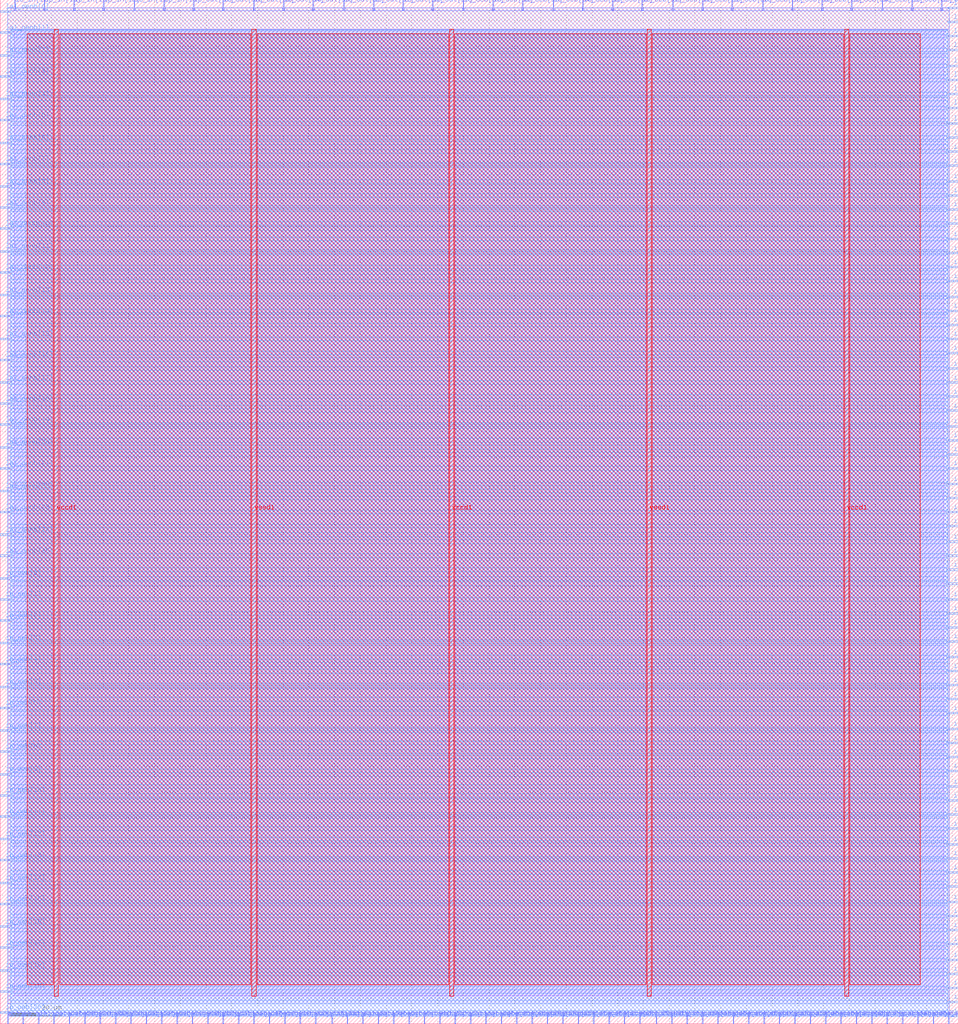
<source format=lef>
VERSION 5.7 ;
  NOWIREEXTENSIONATPIN ON ;
  DIVIDERCHAR "/" ;
  BUSBITCHARS "[]" ;
MACRO wrapped_hack_soc_dffram
  CLASS BLOCK ;
  FOREIGN wrapped_hack_soc_dffram ;
  ORIGIN 0.000 0.000 ;
  SIZE 372.350 BY 398.000 ;
  PIN active
    DIRECTION INPUT ;
    USE SIGNAL ;
    PORT
      LAYER met2 ;
        RECT 2.850 0.000 3.130 4.000 ;
    END
  END active
  PIN io_in[0]
    DIRECTION INPUT ;
    USE SIGNAL ;
    PORT
      LAYER met3 ;
        RECT 368.350 338.680 372.350 339.280 ;
    END
  END io_in[0]
  PIN io_in[10]
    DIRECTION INPUT ;
    USE SIGNAL ;
    PORT
      LAYER met2 ;
        RECT 63.570 394.000 63.850 398.000 ;
    END
  END io_in[10]
  PIN io_in[11]
    DIRECTION INPUT ;
    USE SIGNAL ;
    PORT
      LAYER met2 ;
        RECT 52.070 394.000 52.350 398.000 ;
    END
  END io_in[11]
  PIN io_in[12]
    DIRECTION INPUT ;
    USE SIGNAL ;
    PORT
      LAYER met2 ;
        RECT 40.110 394.000 40.390 398.000 ;
    END
  END io_in[12]
  PIN io_in[13]
    DIRECTION INPUT ;
    USE SIGNAL ;
    PORT
      LAYER met2 ;
        RECT 28.610 394.000 28.890 398.000 ;
    END
  END io_in[13]
  PIN io_in[14]
    DIRECTION INPUT ;
    USE SIGNAL ;
    PORT
      LAYER met3 ;
        RECT 368.350 282.240 372.350 282.840 ;
    END
  END io_in[14]
  PIN io_in[15]
    DIRECTION INPUT ;
    USE SIGNAL ;
    PORT
      LAYER met3 ;
        RECT 368.350 276.800 372.350 277.400 ;
    END
  END io_in[15]
  PIN io_in[16]
    DIRECTION INPUT ;
    USE SIGNAL ;
    PORT
      LAYER met2 ;
        RECT 17.110 394.000 17.390 398.000 ;
    END
  END io_in[16]
  PIN io_in[17]
    DIRECTION INPUT ;
    USE SIGNAL ;
    PORT
      LAYER met2 ;
        RECT 5.610 394.000 5.890 398.000 ;
    END
  END io_in[17]
  PIN io_in[18]
    DIRECTION INPUT ;
    USE SIGNAL ;
    PORT
      LAYER met3 ;
        RECT 368.350 58.520 372.350 59.120 ;
    END
  END io_in[18]
  PIN io_in[19]
    DIRECTION INPUT ;
    USE SIGNAL ;
    PORT
      LAYER met3 ;
        RECT 368.350 53.080 372.350 53.680 ;
    END
  END io_in[19]
  PIN io_in[1]
    DIRECTION INPUT ;
    USE SIGNAL ;
    PORT
      LAYER met3 ;
        RECT 368.350 333.240 372.350 333.840 ;
    END
  END io_in[1]
  PIN io_in[20]
    DIRECTION INPUT ;
    USE SIGNAL ;
    PORT
      LAYER met3 ;
        RECT 368.350 271.360 372.350 271.960 ;
    END
  END io_in[20]
  PIN io_in[21]
    DIRECTION INPUT ;
    USE SIGNAL ;
    PORT
      LAYER met3 ;
        RECT 368.350 265.920 372.350 266.520 ;
    END
  END io_in[21]
  PIN io_in[22]
    DIRECTION INPUT ;
    USE SIGNAL ;
    PORT
      LAYER met3 ;
        RECT 368.350 46.960 372.350 47.560 ;
    END
  END io_in[22]
  PIN io_in[23]
    DIRECTION INPUT ;
    USE SIGNAL ;
    PORT
      LAYER met3 ;
        RECT 368.350 41.520 372.350 42.120 ;
    END
  END io_in[23]
  PIN io_in[24]
    DIRECTION INPUT ;
    USE SIGNAL ;
    PORT
      LAYER met3 ;
        RECT 368.350 36.080 372.350 36.680 ;
    END
  END io_in[24]
  PIN io_in[25]
    DIRECTION INPUT ;
    USE SIGNAL ;
    PORT
      LAYER met3 ;
        RECT 368.350 30.640 372.350 31.240 ;
    END
  END io_in[25]
  PIN io_in[26]
    DIRECTION INPUT ;
    USE SIGNAL ;
    PORT
      LAYER met3 ;
        RECT 368.350 24.520 372.350 25.120 ;
    END
  END io_in[26]
  PIN io_in[27]
    DIRECTION INPUT ;
    USE SIGNAL ;
    PORT
      LAYER met3 ;
        RECT 368.350 260.480 372.350 261.080 ;
    END
  END io_in[27]
  PIN io_in[28]
    DIRECTION INPUT ;
    USE SIGNAL ;
    PORT
      LAYER met3 ;
        RECT 368.350 254.360 372.350 254.960 ;
    END
  END io_in[28]
  PIN io_in[29]
    DIRECTION INPUT ;
    USE SIGNAL ;
    PORT
      LAYER met3 ;
        RECT 368.350 248.920 372.350 249.520 ;
    END
  END io_in[29]
  PIN io_in[2]
    DIRECTION INPUT ;
    USE SIGNAL ;
    PORT
      LAYER met3 ;
        RECT 368.350 327.120 372.350 327.720 ;
    END
  END io_in[2]
  PIN io_in[30]
    DIRECTION INPUT ;
    USE SIGNAL ;
    PORT
      LAYER met3 ;
        RECT 368.350 19.080 372.350 19.680 ;
    END
  END io_in[30]
  PIN io_in[31]
    DIRECTION INPUT ;
    USE SIGNAL ;
    PORT
      LAYER met3 ;
        RECT 368.350 13.640 372.350 14.240 ;
    END
  END io_in[31]
  PIN io_in[32]
    DIRECTION INPUT ;
    USE SIGNAL ;
    PORT
      LAYER met3 ;
        RECT 368.350 8.200 372.350 8.800 ;
    END
  END io_in[32]
  PIN io_in[33]
    DIRECTION INPUT ;
    USE SIGNAL ;
    PORT
      LAYER met3 ;
        RECT 368.350 2.760 372.350 3.360 ;
    END
  END io_in[33]
  PIN io_in[34]
    DIRECTION INPUT ;
    USE SIGNAL ;
    PORT
      LAYER met3 ;
        RECT 368.350 243.480 372.350 244.080 ;
    END
  END io_in[34]
  PIN io_in[35]
    DIRECTION INPUT ;
    USE SIGNAL ;
    PORT
      LAYER met3 ;
        RECT 368.350 238.040 372.350 238.640 ;
    END
  END io_in[35]
  PIN io_in[36]
    DIRECTION INPUT ;
    USE SIGNAL ;
    PORT
      LAYER met3 ;
        RECT 368.350 231.920 372.350 232.520 ;
    END
  END io_in[36]
  PIN io_in[37]
    DIRECTION INPUT ;
    USE SIGNAL ;
    PORT
      LAYER met3 ;
        RECT 368.350 226.480 372.350 227.080 ;
    END
  END io_in[37]
  PIN io_in[3]
    DIRECTION INPUT ;
    USE SIGNAL ;
    PORT
      LAYER met3 ;
        RECT 368.350 321.680 372.350 322.280 ;
    END
  END io_in[3]
  PIN io_in[4]
    DIRECTION INPUT ;
    USE SIGNAL ;
    PORT
      LAYER met3 ;
        RECT 368.350 316.240 372.350 316.840 ;
    END
  END io_in[4]
  PIN io_in[5]
    DIRECTION INPUT ;
    USE SIGNAL ;
    PORT
      LAYER met3 ;
        RECT 368.350 310.800 372.350 311.400 ;
    END
  END io_in[5]
  PIN io_in[6]
    DIRECTION INPUT ;
    USE SIGNAL ;
    PORT
      LAYER met3 ;
        RECT 368.350 304.680 372.350 305.280 ;
    END
  END io_in[6]
  PIN io_in[7]
    DIRECTION INPUT ;
    USE SIGNAL ;
    PORT
      LAYER met3 ;
        RECT 368.350 299.240 372.350 299.840 ;
    END
  END io_in[7]
  PIN io_in[8]
    DIRECTION INPUT ;
    USE SIGNAL ;
    PORT
      LAYER met3 ;
        RECT 368.350 293.800 372.350 294.400 ;
    END
  END io_in[8]
  PIN io_in[9]
    DIRECTION INPUT ;
    USE SIGNAL ;
    PORT
      LAYER met3 ;
        RECT 368.350 288.360 372.350 288.960 ;
    END
  END io_in[9]
  PIN io_oeb[0]
    DIRECTION OUTPUT TRISTATE ;
    USE SIGNAL ;
    PORT
      LAYER met3 ;
        RECT 0.000 172.760 4.000 173.360 ;
    END
  END io_oeb[0]
  PIN io_oeb[10]
    DIRECTION OUTPUT TRISTATE ;
    USE SIGNAL ;
    PORT
      LAYER met3 ;
        RECT 0.000 88.440 4.000 89.040 ;
    END
  END io_oeb[10]
  PIN io_oeb[11]
    DIRECTION OUTPUT TRISTATE ;
    USE SIGNAL ;
    PORT
      LAYER met3 ;
        RECT 0.000 80.280 4.000 80.880 ;
    END
  END io_oeb[11]
  PIN io_oeb[12]
    DIRECTION OUTPUT TRISTATE ;
    USE SIGNAL ;
    PORT
      LAYER met3 ;
        RECT 0.000 71.440 4.000 72.040 ;
    END
  END io_oeb[12]
  PIN io_oeb[13]
    DIRECTION OUTPUT TRISTATE ;
    USE SIGNAL ;
    PORT
      LAYER met3 ;
        RECT 0.000 63.280 4.000 63.880 ;
    END
  END io_oeb[13]
  PIN io_oeb[14]
    DIRECTION OUTPUT TRISTATE ;
    USE SIGNAL ;
    PORT
      LAYER met3 ;
        RECT 0.000 54.440 4.000 55.040 ;
    END
  END io_oeb[14]
  PIN io_oeb[15]
    DIRECTION OUTPUT TRISTATE ;
    USE SIGNAL ;
    PORT
      LAYER met3 ;
        RECT 0.000 46.280 4.000 46.880 ;
    END
  END io_oeb[15]
  PIN io_oeb[16]
    DIRECTION OUTPUT TRISTATE ;
    USE SIGNAL ;
    PORT
      LAYER met3 ;
        RECT 0.000 37.440 4.000 38.040 ;
    END
  END io_oeb[16]
  PIN io_oeb[17]
    DIRECTION OUTPUT TRISTATE ;
    USE SIGNAL ;
    PORT
      LAYER met3 ;
        RECT 0.000 29.280 4.000 29.880 ;
    END
  END io_oeb[17]
  PIN io_oeb[18]
    DIRECTION OUTPUT TRISTATE ;
    USE SIGNAL ;
    PORT
      LAYER met3 ;
        RECT 0.000 20.440 4.000 21.040 ;
    END
  END io_oeb[18]
  PIN io_oeb[19]
    DIRECTION OUTPUT TRISTATE ;
    USE SIGNAL ;
    PORT
      LAYER met3 ;
        RECT 0.000 12.280 4.000 12.880 ;
    END
  END io_oeb[19]
  PIN io_oeb[1]
    DIRECTION OUTPUT TRISTATE ;
    USE SIGNAL ;
    PORT
      LAYER met3 ;
        RECT 0.000 164.600 4.000 165.200 ;
    END
  END io_oeb[1]
  PIN io_oeb[20]
    DIRECTION OUTPUT TRISTATE ;
    USE SIGNAL ;
    PORT
      LAYER met3 ;
        RECT 0.000 4.120 4.000 4.720 ;
    END
  END io_oeb[20]
  PIN io_oeb[21]
    DIRECTION OUTPUT TRISTATE ;
    USE SIGNAL ;
    PORT
      LAYER met2 ;
        RECT 365.790 394.000 366.070 398.000 ;
    END
  END io_oeb[21]
  PIN io_oeb[22]
    DIRECTION OUTPUT TRISTATE ;
    USE SIGNAL ;
    PORT
      LAYER met2 ;
        RECT 354.290 394.000 354.570 398.000 ;
    END
  END io_oeb[22]
  PIN io_oeb[23]
    DIRECTION OUTPUT TRISTATE ;
    USE SIGNAL ;
    PORT
      LAYER met2 ;
        RECT 342.790 394.000 343.070 398.000 ;
    END
  END io_oeb[23]
  PIN io_oeb[24]
    DIRECTION OUTPUT TRISTATE ;
    USE SIGNAL ;
    PORT
      LAYER met2 ;
        RECT 330.830 394.000 331.110 398.000 ;
    END
  END io_oeb[24]
  PIN io_oeb[25]
    DIRECTION OUTPUT TRISTATE ;
    USE SIGNAL ;
    PORT
      LAYER met2 ;
        RECT 319.330 394.000 319.610 398.000 ;
    END
  END io_oeb[25]
  PIN io_oeb[26]
    DIRECTION OUTPUT TRISTATE ;
    USE SIGNAL ;
    PORT
      LAYER met2 ;
        RECT 307.830 394.000 308.110 398.000 ;
    END
  END io_oeb[26]
  PIN io_oeb[27]
    DIRECTION OUTPUT TRISTATE ;
    USE SIGNAL ;
    PORT
      LAYER met2 ;
        RECT 296.330 394.000 296.610 398.000 ;
    END
  END io_oeb[27]
  PIN io_oeb[28]
    DIRECTION OUTPUT TRISTATE ;
    USE SIGNAL ;
    PORT
      LAYER met2 ;
        RECT 284.370 394.000 284.650 398.000 ;
    END
  END io_oeb[28]
  PIN io_oeb[29]
    DIRECTION OUTPUT TRISTATE ;
    USE SIGNAL ;
    PORT
      LAYER met2 ;
        RECT 272.870 394.000 273.150 398.000 ;
    END
  END io_oeb[29]
  PIN io_oeb[2]
    DIRECTION OUTPUT TRISTATE ;
    USE SIGNAL ;
    PORT
      LAYER met3 ;
        RECT 0.000 156.440 4.000 157.040 ;
    END
  END io_oeb[2]
  PIN io_oeb[30]
    DIRECTION OUTPUT TRISTATE ;
    USE SIGNAL ;
    PORT
      LAYER met2 ;
        RECT 261.370 394.000 261.650 398.000 ;
    END
  END io_oeb[30]
  PIN io_oeb[31]
    DIRECTION OUTPUT TRISTATE ;
    USE SIGNAL ;
    PORT
      LAYER met2 ;
        RECT 249.410 394.000 249.690 398.000 ;
    END
  END io_oeb[31]
  PIN io_oeb[32]
    DIRECTION OUTPUT TRISTATE ;
    USE SIGNAL ;
    PORT
      LAYER met2 ;
        RECT 237.910 394.000 238.190 398.000 ;
    END
  END io_oeb[32]
  PIN io_oeb[33]
    DIRECTION OUTPUT TRISTATE ;
    USE SIGNAL ;
    PORT
      LAYER met2 ;
        RECT 226.410 394.000 226.690 398.000 ;
    END
  END io_oeb[33]
  PIN io_oeb[34]
    DIRECTION OUTPUT TRISTATE ;
    USE SIGNAL ;
    PORT
      LAYER met2 ;
        RECT 214.910 394.000 215.190 398.000 ;
    END
  END io_oeb[34]
  PIN io_oeb[35]
    DIRECTION OUTPUT TRISTATE ;
    USE SIGNAL ;
    PORT
      LAYER met2 ;
        RECT 202.950 394.000 203.230 398.000 ;
    END
  END io_oeb[35]
  PIN io_oeb[36]
    DIRECTION OUTPUT TRISTATE ;
    USE SIGNAL ;
    PORT
      LAYER met2 ;
        RECT 191.450 394.000 191.730 398.000 ;
    END
  END io_oeb[36]
  PIN io_oeb[37]
    DIRECTION OUTPUT TRISTATE ;
    USE SIGNAL ;
    PORT
      LAYER met2 ;
        RECT 179.950 394.000 180.230 398.000 ;
    END
  END io_oeb[37]
  PIN io_oeb[3]
    DIRECTION OUTPUT TRISTATE ;
    USE SIGNAL ;
    PORT
      LAYER met3 ;
        RECT 0.000 147.600 4.000 148.200 ;
    END
  END io_oeb[3]
  PIN io_oeb[4]
    DIRECTION OUTPUT TRISTATE ;
    USE SIGNAL ;
    PORT
      LAYER met3 ;
        RECT 0.000 139.440 4.000 140.040 ;
    END
  END io_oeb[4]
  PIN io_oeb[5]
    DIRECTION OUTPUT TRISTATE ;
    USE SIGNAL ;
    PORT
      LAYER met3 ;
        RECT 0.000 130.600 4.000 131.200 ;
    END
  END io_oeb[5]
  PIN io_oeb[6]
    DIRECTION OUTPUT TRISTATE ;
    USE SIGNAL ;
    PORT
      LAYER met3 ;
        RECT 0.000 122.440 4.000 123.040 ;
    END
  END io_oeb[6]
  PIN io_oeb[7]
    DIRECTION OUTPUT TRISTATE ;
    USE SIGNAL ;
    PORT
      LAYER met3 ;
        RECT 0.000 113.600 4.000 114.200 ;
    END
  END io_oeb[7]
  PIN io_oeb[8]
    DIRECTION OUTPUT TRISTATE ;
    USE SIGNAL ;
    PORT
      LAYER met3 ;
        RECT 0.000 105.440 4.000 106.040 ;
    END
  END io_oeb[8]
  PIN io_oeb[9]
    DIRECTION OUTPUT TRISTATE ;
    USE SIGNAL ;
    PORT
      LAYER met3 ;
        RECT 0.000 96.600 4.000 97.200 ;
    END
  END io_oeb[9]
  PIN io_out[0]
    DIRECTION OUTPUT TRISTATE ;
    USE SIGNAL ;
    PORT
      LAYER met3 ;
        RECT 368.350 221.040 372.350 221.640 ;
    END
  END io_out[0]
  PIN io_out[10]
    DIRECTION OUTPUT TRISTATE ;
    USE SIGNAL ;
    PORT
      LAYER met3 ;
        RECT 368.350 164.600 372.350 165.200 ;
    END
  END io_out[10]
  PIN io_out[11]
    DIRECTION OUTPUT TRISTATE ;
    USE SIGNAL ;
    PORT
      LAYER met3 ;
        RECT 368.350 159.160 372.350 159.760 ;
    END
  END io_out[11]
  PIN io_out[12]
    DIRECTION OUTPUT TRISTATE ;
    USE SIGNAL ;
    PORT
      LAYER met3 ;
        RECT 368.350 153.720 372.350 154.320 ;
    END
  END io_out[12]
  PIN io_out[13]
    DIRECTION OUTPUT TRISTATE ;
    USE SIGNAL ;
    PORT
      LAYER met3 ;
        RECT 368.350 148.280 372.350 148.880 ;
    END
  END io_out[13]
  PIN io_out[14]
    DIRECTION OUTPUT TRISTATE ;
    USE SIGNAL ;
    PORT
      LAYER met3 ;
        RECT 368.350 142.160 372.350 142.760 ;
    END
  END io_out[14]
  PIN io_out[15]
    DIRECTION OUTPUT TRISTATE ;
    USE SIGNAL ;
    PORT
      LAYER met3 ;
        RECT 368.350 136.720 372.350 137.320 ;
    END
  END io_out[15]
  PIN io_out[16]
    DIRECTION OUTPUT TRISTATE ;
    USE SIGNAL ;
    PORT
      LAYER met3 ;
        RECT 368.350 131.280 372.350 131.880 ;
    END
  END io_out[16]
  PIN io_out[17]
    DIRECTION OUTPUT TRISTATE ;
    USE SIGNAL ;
    PORT
      LAYER met3 ;
        RECT 368.350 125.840 372.350 126.440 ;
    END
  END io_out[17]
  PIN io_out[18]
    DIRECTION OUTPUT TRISTATE ;
    USE SIGNAL ;
    PORT
      LAYER met3 ;
        RECT 368.350 120.400 372.350 121.000 ;
    END
  END io_out[18]
  PIN io_out[19]
    DIRECTION OUTPUT TRISTATE ;
    USE SIGNAL ;
    PORT
      LAYER met3 ;
        RECT 368.350 114.280 372.350 114.880 ;
    END
  END io_out[19]
  PIN io_out[1]
    DIRECTION OUTPUT TRISTATE ;
    USE SIGNAL ;
    PORT
      LAYER met3 ;
        RECT 368.350 215.600 372.350 216.200 ;
    END
  END io_out[1]
  PIN io_out[20]
    DIRECTION OUTPUT TRISTATE ;
    USE SIGNAL ;
    PORT
      LAYER met3 ;
        RECT 368.350 108.840 372.350 109.440 ;
    END
  END io_out[20]
  PIN io_out[21]
    DIRECTION OUTPUT TRISTATE ;
    USE SIGNAL ;
    PORT
      LAYER met3 ;
        RECT 368.350 103.400 372.350 104.000 ;
    END
  END io_out[21]
  PIN io_out[22]
    DIRECTION OUTPUT TRISTATE ;
    USE SIGNAL ;
    PORT
      LAYER met3 ;
        RECT 368.350 97.960 372.350 98.560 ;
    END
  END io_out[22]
  PIN io_out[23]
    DIRECTION OUTPUT TRISTATE ;
    USE SIGNAL ;
    PORT
      LAYER met3 ;
        RECT 368.350 91.840 372.350 92.440 ;
    END
  END io_out[23]
  PIN io_out[24]
    DIRECTION OUTPUT TRISTATE ;
    USE SIGNAL ;
    PORT
      LAYER met3 ;
        RECT 368.350 86.400 372.350 87.000 ;
    END
  END io_out[24]
  PIN io_out[25]
    DIRECTION OUTPUT TRISTATE ;
    USE SIGNAL ;
    PORT
      LAYER met3 ;
        RECT 368.350 80.960 372.350 81.560 ;
    END
  END io_out[25]
  PIN io_out[26]
    DIRECTION OUTPUT TRISTATE ;
    USE SIGNAL ;
    PORT
      LAYER met3 ;
        RECT 368.350 75.520 372.350 76.120 ;
    END
  END io_out[26]
  PIN io_out[27]
    DIRECTION OUTPUT TRISTATE ;
    USE SIGNAL ;
    PORT
      LAYER met3 ;
        RECT 368.350 69.400 372.350 70.000 ;
    END
  END io_out[27]
  PIN io_out[28]
    DIRECTION OUTPUT TRISTATE ;
    USE SIGNAL ;
    PORT
      LAYER met3 ;
        RECT 368.350 63.960 372.350 64.560 ;
    END
  END io_out[28]
  PIN io_out[29]
    DIRECTION OUTPUT TRISTATE ;
    USE SIGNAL ;
    PORT
      LAYER met2 ;
        RECT 167.990 394.000 168.270 398.000 ;
    END
  END io_out[29]
  PIN io_out[2]
    DIRECTION OUTPUT TRISTATE ;
    USE SIGNAL ;
    PORT
      LAYER met3 ;
        RECT 368.350 209.480 372.350 210.080 ;
    END
  END io_out[2]
  PIN io_out[30]
    DIRECTION OUTPUT TRISTATE ;
    USE SIGNAL ;
    PORT
      LAYER met2 ;
        RECT 156.490 394.000 156.770 398.000 ;
    END
  END io_out[30]
  PIN io_out[31]
    DIRECTION OUTPUT TRISTATE ;
    USE SIGNAL ;
    PORT
      LAYER met2 ;
        RECT 144.990 394.000 145.270 398.000 ;
    END
  END io_out[31]
  PIN io_out[32]
    DIRECTION OUTPUT TRISTATE ;
    USE SIGNAL ;
    PORT
      LAYER met2 ;
        RECT 133.490 394.000 133.770 398.000 ;
    END
  END io_out[32]
  PIN io_out[33]
    DIRECTION OUTPUT TRISTATE ;
    USE SIGNAL ;
    PORT
      LAYER met2 ;
        RECT 121.530 394.000 121.810 398.000 ;
    END
  END io_out[33]
  PIN io_out[34]
    DIRECTION OUTPUT TRISTATE ;
    USE SIGNAL ;
    PORT
      LAYER met2 ;
        RECT 110.030 394.000 110.310 398.000 ;
    END
  END io_out[34]
  PIN io_out[35]
    DIRECTION OUTPUT TRISTATE ;
    USE SIGNAL ;
    PORT
      LAYER met2 ;
        RECT 98.530 394.000 98.810 398.000 ;
    END
  END io_out[35]
  PIN io_out[36]
    DIRECTION OUTPUT TRISTATE ;
    USE SIGNAL ;
    PORT
      LAYER met2 ;
        RECT 86.570 394.000 86.850 398.000 ;
    END
  END io_out[36]
  PIN io_out[37]
    DIRECTION OUTPUT TRISTATE ;
    USE SIGNAL ;
    PORT
      LAYER met2 ;
        RECT 75.070 394.000 75.350 398.000 ;
    END
  END io_out[37]
  PIN io_out[3]
    DIRECTION OUTPUT TRISTATE ;
    USE SIGNAL ;
    PORT
      LAYER met3 ;
        RECT 368.350 204.040 372.350 204.640 ;
    END
  END io_out[3]
  PIN io_out[4]
    DIRECTION OUTPUT TRISTATE ;
    USE SIGNAL ;
    PORT
      LAYER met3 ;
        RECT 368.350 198.600 372.350 199.200 ;
    END
  END io_out[4]
  PIN io_out[5]
    DIRECTION OUTPUT TRISTATE ;
    USE SIGNAL ;
    PORT
      LAYER met3 ;
        RECT 368.350 193.160 372.350 193.760 ;
    END
  END io_out[5]
  PIN io_out[6]
    DIRECTION OUTPUT TRISTATE ;
    USE SIGNAL ;
    PORT
      LAYER met3 ;
        RECT 368.350 187.040 372.350 187.640 ;
    END
  END io_out[6]
  PIN io_out[7]
    DIRECTION OUTPUT TRISTATE ;
    USE SIGNAL ;
    PORT
      LAYER met3 ;
        RECT 368.350 181.600 372.350 182.200 ;
    END
  END io_out[7]
  PIN io_out[8]
    DIRECTION OUTPUT TRISTATE ;
    USE SIGNAL ;
    PORT
      LAYER met3 ;
        RECT 368.350 176.160 372.350 176.760 ;
    END
  END io_out[8]
  PIN io_out[9]
    DIRECTION OUTPUT TRISTATE ;
    USE SIGNAL ;
    PORT
      LAYER met3 ;
        RECT 368.350 170.720 372.350 171.320 ;
    END
  END io_out[9]
  PIN la1_data_in[0]
    DIRECTION INPUT ;
    USE SIGNAL ;
    PORT
      LAYER met2 ;
        RECT 176.730 0.000 177.010 4.000 ;
    END
  END la1_data_in[0]
  PIN la1_data_in[10]
    DIRECTION INPUT ;
    USE SIGNAL ;
    PORT
      LAYER met2 ;
        RECT 116.470 0.000 116.750 4.000 ;
    END
  END la1_data_in[10]
  PIN la1_data_in[11]
    DIRECTION INPUT ;
    USE SIGNAL ;
    PORT
      LAYER met2 ;
        RECT 110.490 0.000 110.770 4.000 ;
    END
  END la1_data_in[11]
  PIN la1_data_in[12]
    DIRECTION INPUT ;
    USE SIGNAL ;
    PORT
      LAYER met2 ;
        RECT 104.510 0.000 104.790 4.000 ;
    END
  END la1_data_in[12]
  PIN la1_data_in[13]
    DIRECTION INPUT ;
    USE SIGNAL ;
    PORT
      LAYER met2 ;
        RECT 98.530 0.000 98.810 4.000 ;
    END
  END la1_data_in[13]
  PIN la1_data_in[14]
    DIRECTION INPUT ;
    USE SIGNAL ;
    PORT
      LAYER met2 ;
        RECT 92.550 0.000 92.830 4.000 ;
    END
  END la1_data_in[14]
  PIN la1_data_in[15]
    DIRECTION INPUT ;
    USE SIGNAL ;
    PORT
      LAYER met2 ;
        RECT 86.570 0.000 86.850 4.000 ;
    END
  END la1_data_in[15]
  PIN la1_data_in[16]
    DIRECTION INPUT ;
    USE SIGNAL ;
    PORT
      LAYER met2 ;
        RECT 80.590 0.000 80.870 4.000 ;
    END
  END la1_data_in[16]
  PIN la1_data_in[17]
    DIRECTION INPUT ;
    USE SIGNAL ;
    PORT
      LAYER met2 ;
        RECT 74.610 0.000 74.890 4.000 ;
    END
  END la1_data_in[17]
  PIN la1_data_in[18]
    DIRECTION INPUT ;
    USE SIGNAL ;
    PORT
      LAYER met2 ;
        RECT 68.630 0.000 68.910 4.000 ;
    END
  END la1_data_in[18]
  PIN la1_data_in[19]
    DIRECTION INPUT ;
    USE SIGNAL ;
    PORT
      LAYER met2 ;
        RECT 62.650 0.000 62.930 4.000 ;
    END
  END la1_data_in[19]
  PIN la1_data_in[1]
    DIRECTION INPUT ;
    USE SIGNAL ;
    PORT
      LAYER met2 ;
        RECT 170.750 0.000 171.030 4.000 ;
    END
  END la1_data_in[1]
  PIN la1_data_in[20]
    DIRECTION INPUT ;
    USE SIGNAL ;
    PORT
      LAYER met2 ;
        RECT 56.670 0.000 56.950 4.000 ;
    END
  END la1_data_in[20]
  PIN la1_data_in[21]
    DIRECTION INPUT ;
    USE SIGNAL ;
    PORT
      LAYER met2 ;
        RECT 50.690 0.000 50.970 4.000 ;
    END
  END la1_data_in[21]
  PIN la1_data_in[22]
    DIRECTION INPUT ;
    USE SIGNAL ;
    PORT
      LAYER met2 ;
        RECT 44.710 0.000 44.990 4.000 ;
    END
  END la1_data_in[22]
  PIN la1_data_in[23]
    DIRECTION INPUT ;
    USE SIGNAL ;
    PORT
      LAYER met2 ;
        RECT 38.730 0.000 39.010 4.000 ;
    END
  END la1_data_in[23]
  PIN la1_data_in[24]
    DIRECTION INPUT ;
    USE SIGNAL ;
    PORT
      LAYER met2 ;
        RECT 32.750 0.000 33.030 4.000 ;
    END
  END la1_data_in[24]
  PIN la1_data_in[25]
    DIRECTION INPUT ;
    USE SIGNAL ;
    PORT
      LAYER met2 ;
        RECT 26.770 0.000 27.050 4.000 ;
    END
  END la1_data_in[25]
  PIN la1_data_in[26]
    DIRECTION INPUT ;
    USE SIGNAL ;
    PORT
      LAYER met2 ;
        RECT 20.790 0.000 21.070 4.000 ;
    END
  END la1_data_in[26]
  PIN la1_data_in[27]
    DIRECTION INPUT ;
    USE SIGNAL ;
    PORT
      LAYER met3 ;
        RECT 368.350 361.120 372.350 361.720 ;
    END
  END la1_data_in[27]
  PIN la1_data_in[28]
    DIRECTION INPUT ;
    USE SIGNAL ;
    PORT
      LAYER met2 ;
        RECT 14.810 0.000 15.090 4.000 ;
    END
  END la1_data_in[28]
  PIN la1_data_in[29]
    DIRECTION INPUT ;
    USE SIGNAL ;
    PORT
      LAYER met3 ;
        RECT 368.350 355.680 372.350 356.280 ;
    END
  END la1_data_in[29]
  PIN la1_data_in[2]
    DIRECTION INPUT ;
    USE SIGNAL ;
    PORT
      LAYER met2 ;
        RECT 164.770 0.000 165.050 4.000 ;
    END
  END la1_data_in[2]
  PIN la1_data_in[30]
    DIRECTION INPUT ;
    USE SIGNAL ;
    PORT
      LAYER met3 ;
        RECT 368.350 349.560 372.350 350.160 ;
    END
  END la1_data_in[30]
  PIN la1_data_in[31]
    DIRECTION INPUT ;
    USE SIGNAL ;
    PORT
      LAYER met3 ;
        RECT 368.350 344.120 372.350 344.720 ;
    END
  END la1_data_in[31]
  PIN la1_data_in[3]
    DIRECTION INPUT ;
    USE SIGNAL ;
    PORT
      LAYER met2 ;
        RECT 158.790 0.000 159.070 4.000 ;
    END
  END la1_data_in[3]
  PIN la1_data_in[4]
    DIRECTION INPUT ;
    USE SIGNAL ;
    PORT
      LAYER met2 ;
        RECT 152.810 0.000 153.090 4.000 ;
    END
  END la1_data_in[4]
  PIN la1_data_in[5]
    DIRECTION INPUT ;
    USE SIGNAL ;
    PORT
      LAYER met2 ;
        RECT 146.830 0.000 147.110 4.000 ;
    END
  END la1_data_in[5]
  PIN la1_data_in[6]
    DIRECTION INPUT ;
    USE SIGNAL ;
    PORT
      LAYER met2 ;
        RECT 140.850 0.000 141.130 4.000 ;
    END
  END la1_data_in[6]
  PIN la1_data_in[7]
    DIRECTION INPUT ;
    USE SIGNAL ;
    PORT
      LAYER met2 ;
        RECT 134.870 0.000 135.150 4.000 ;
    END
  END la1_data_in[7]
  PIN la1_data_in[8]
    DIRECTION INPUT ;
    USE SIGNAL ;
    PORT
      LAYER met2 ;
        RECT 128.890 0.000 129.170 4.000 ;
    END
  END la1_data_in[8]
  PIN la1_data_in[9]
    DIRECTION INPUT ;
    USE SIGNAL ;
    PORT
      LAYER met2 ;
        RECT 122.450 0.000 122.730 4.000 ;
    END
  END la1_data_in[9]
  PIN la1_data_out[0]
    DIRECTION OUTPUT TRISTATE ;
    USE SIGNAL ;
    PORT
      LAYER met2 ;
        RECT 368.550 0.000 368.830 4.000 ;
    END
  END la1_data_out[0]
  PIN la1_data_out[10]
    DIRECTION OUTPUT TRISTATE ;
    USE SIGNAL ;
    PORT
      LAYER met2 ;
        RECT 308.750 0.000 309.030 4.000 ;
    END
  END la1_data_out[10]
  PIN la1_data_out[11]
    DIRECTION OUTPUT TRISTATE ;
    USE SIGNAL ;
    PORT
      LAYER met2 ;
        RECT 302.770 0.000 303.050 4.000 ;
    END
  END la1_data_out[11]
  PIN la1_data_out[12]
    DIRECTION OUTPUT TRISTATE ;
    USE SIGNAL ;
    PORT
      LAYER met2 ;
        RECT 296.790 0.000 297.070 4.000 ;
    END
  END la1_data_out[12]
  PIN la1_data_out[13]
    DIRECTION OUTPUT TRISTATE ;
    USE SIGNAL ;
    PORT
      LAYER met2 ;
        RECT 290.810 0.000 291.090 4.000 ;
    END
  END la1_data_out[13]
  PIN la1_data_out[14]
    DIRECTION OUTPUT TRISTATE ;
    USE SIGNAL ;
    PORT
      LAYER met2 ;
        RECT 284.830 0.000 285.110 4.000 ;
    END
  END la1_data_out[14]
  PIN la1_data_out[15]
    DIRECTION OUTPUT TRISTATE ;
    USE SIGNAL ;
    PORT
      LAYER met2 ;
        RECT 278.850 0.000 279.130 4.000 ;
    END
  END la1_data_out[15]
  PIN la1_data_out[16]
    DIRECTION OUTPUT TRISTATE ;
    USE SIGNAL ;
    PORT
      LAYER met2 ;
        RECT 272.870 0.000 273.150 4.000 ;
    END
  END la1_data_out[16]
  PIN la1_data_out[17]
    DIRECTION OUTPUT TRISTATE ;
    USE SIGNAL ;
    PORT
      LAYER met2 ;
        RECT 266.890 0.000 267.170 4.000 ;
    END
  END la1_data_out[17]
  PIN la1_data_out[18]
    DIRECTION OUTPUT TRISTATE ;
    USE SIGNAL ;
    PORT
      LAYER met2 ;
        RECT 260.910 0.000 261.190 4.000 ;
    END
  END la1_data_out[18]
  PIN la1_data_out[19]
    DIRECTION OUTPUT TRISTATE ;
    USE SIGNAL ;
    PORT
      LAYER met2 ;
        RECT 254.930 0.000 255.210 4.000 ;
    END
  END la1_data_out[19]
  PIN la1_data_out[1]
    DIRECTION OUTPUT TRISTATE ;
    USE SIGNAL ;
    PORT
      LAYER met2 ;
        RECT 362.570 0.000 362.850 4.000 ;
    END
  END la1_data_out[1]
  PIN la1_data_out[20]
    DIRECTION OUTPUT TRISTATE ;
    USE SIGNAL ;
    PORT
      LAYER met2 ;
        RECT 248.490 0.000 248.770 4.000 ;
    END
  END la1_data_out[20]
  PIN la1_data_out[21]
    DIRECTION OUTPUT TRISTATE ;
    USE SIGNAL ;
    PORT
      LAYER met2 ;
        RECT 242.510 0.000 242.790 4.000 ;
    END
  END la1_data_out[21]
  PIN la1_data_out[22]
    DIRECTION OUTPUT TRISTATE ;
    USE SIGNAL ;
    PORT
      LAYER met2 ;
        RECT 236.530 0.000 236.810 4.000 ;
    END
  END la1_data_out[22]
  PIN la1_data_out[23]
    DIRECTION OUTPUT TRISTATE ;
    USE SIGNAL ;
    PORT
      LAYER met2 ;
        RECT 230.550 0.000 230.830 4.000 ;
    END
  END la1_data_out[23]
  PIN la1_data_out[24]
    DIRECTION OUTPUT TRISTATE ;
    USE SIGNAL ;
    PORT
      LAYER met2 ;
        RECT 224.570 0.000 224.850 4.000 ;
    END
  END la1_data_out[24]
  PIN la1_data_out[25]
    DIRECTION OUTPUT TRISTATE ;
    USE SIGNAL ;
    PORT
      LAYER met2 ;
        RECT 218.590 0.000 218.870 4.000 ;
    END
  END la1_data_out[25]
  PIN la1_data_out[26]
    DIRECTION OUTPUT TRISTATE ;
    USE SIGNAL ;
    PORT
      LAYER met2 ;
        RECT 212.610 0.000 212.890 4.000 ;
    END
  END la1_data_out[26]
  PIN la1_data_out[27]
    DIRECTION OUTPUT TRISTATE ;
    USE SIGNAL ;
    PORT
      LAYER met2 ;
        RECT 206.630 0.000 206.910 4.000 ;
    END
  END la1_data_out[27]
  PIN la1_data_out[28]
    DIRECTION OUTPUT TRISTATE ;
    USE SIGNAL ;
    PORT
      LAYER met2 ;
        RECT 200.650 0.000 200.930 4.000 ;
    END
  END la1_data_out[28]
  PIN la1_data_out[29]
    DIRECTION OUTPUT TRISTATE ;
    USE SIGNAL ;
    PORT
      LAYER met2 ;
        RECT 194.670 0.000 194.950 4.000 ;
    END
  END la1_data_out[29]
  PIN la1_data_out[2]
    DIRECTION OUTPUT TRISTATE ;
    USE SIGNAL ;
    PORT
      LAYER met2 ;
        RECT 356.590 0.000 356.870 4.000 ;
    END
  END la1_data_out[2]
  PIN la1_data_out[30]
    DIRECTION OUTPUT TRISTATE ;
    USE SIGNAL ;
    PORT
      LAYER met2 ;
        RECT 188.690 0.000 188.970 4.000 ;
    END
  END la1_data_out[30]
  PIN la1_data_out[31]
    DIRECTION OUTPUT TRISTATE ;
    USE SIGNAL ;
    PORT
      LAYER met2 ;
        RECT 182.710 0.000 182.990 4.000 ;
    END
  END la1_data_out[31]
  PIN la1_data_out[3]
    DIRECTION OUTPUT TRISTATE ;
    USE SIGNAL ;
    PORT
      LAYER met2 ;
        RECT 350.610 0.000 350.890 4.000 ;
    END
  END la1_data_out[3]
  PIN la1_data_out[4]
    DIRECTION OUTPUT TRISTATE ;
    USE SIGNAL ;
    PORT
      LAYER met2 ;
        RECT 344.630 0.000 344.910 4.000 ;
    END
  END la1_data_out[4]
  PIN la1_data_out[5]
    DIRECTION OUTPUT TRISTATE ;
    USE SIGNAL ;
    PORT
      LAYER met2 ;
        RECT 338.650 0.000 338.930 4.000 ;
    END
  END la1_data_out[5]
  PIN la1_data_out[6]
    DIRECTION OUTPUT TRISTATE ;
    USE SIGNAL ;
    PORT
      LAYER met2 ;
        RECT 332.670 0.000 332.950 4.000 ;
    END
  END la1_data_out[6]
  PIN la1_data_out[7]
    DIRECTION OUTPUT TRISTATE ;
    USE SIGNAL ;
    PORT
      LAYER met2 ;
        RECT 326.690 0.000 326.970 4.000 ;
    END
  END la1_data_out[7]
  PIN la1_data_out[8]
    DIRECTION OUTPUT TRISTATE ;
    USE SIGNAL ;
    PORT
      LAYER met2 ;
        RECT 320.710 0.000 320.990 4.000 ;
    END
  END la1_data_out[8]
  PIN la1_data_out[9]
    DIRECTION OUTPUT TRISTATE ;
    USE SIGNAL ;
    PORT
      LAYER met2 ;
        RECT 314.730 0.000 315.010 4.000 ;
    END
  END la1_data_out[9]
  PIN la1_oenb[0]
    DIRECTION INPUT ;
    USE SIGNAL ;
    PORT
      LAYER met3 ;
        RECT 0.000 393.080 4.000 393.680 ;
    END
  END la1_oenb[0]
  PIN la1_oenb[10]
    DIRECTION INPUT ;
    USE SIGNAL ;
    PORT
      LAYER met3 ;
        RECT 0.000 308.760 4.000 309.360 ;
    END
  END la1_oenb[10]
  PIN la1_oenb[11]
    DIRECTION INPUT ;
    USE SIGNAL ;
    PORT
      LAYER met3 ;
        RECT 0.000 299.920 4.000 300.520 ;
    END
  END la1_oenb[11]
  PIN la1_oenb[12]
    DIRECTION INPUT ;
    USE SIGNAL ;
    PORT
      LAYER met3 ;
        RECT 0.000 291.760 4.000 292.360 ;
    END
  END la1_oenb[12]
  PIN la1_oenb[13]
    DIRECTION INPUT ;
    USE SIGNAL ;
    PORT
      LAYER met3 ;
        RECT 0.000 282.920 4.000 283.520 ;
    END
  END la1_oenb[13]
  PIN la1_oenb[14]
    DIRECTION INPUT ;
    USE SIGNAL ;
    PORT
      LAYER met3 ;
        RECT 0.000 274.760 4.000 275.360 ;
    END
  END la1_oenb[14]
  PIN la1_oenb[15]
    DIRECTION INPUT ;
    USE SIGNAL ;
    PORT
      LAYER met3 ;
        RECT 0.000 265.920 4.000 266.520 ;
    END
  END la1_oenb[15]
  PIN la1_oenb[16]
    DIRECTION INPUT ;
    USE SIGNAL ;
    PORT
      LAYER met3 ;
        RECT 0.000 257.760 4.000 258.360 ;
    END
  END la1_oenb[16]
  PIN la1_oenb[17]
    DIRECTION INPUT ;
    USE SIGNAL ;
    PORT
      LAYER met3 ;
        RECT 0.000 248.920 4.000 249.520 ;
    END
  END la1_oenb[17]
  PIN la1_oenb[18]
    DIRECTION INPUT ;
    USE SIGNAL ;
    PORT
      LAYER met3 ;
        RECT 0.000 240.760 4.000 241.360 ;
    END
  END la1_oenb[18]
  PIN la1_oenb[19]
    DIRECTION INPUT ;
    USE SIGNAL ;
    PORT
      LAYER met3 ;
        RECT 0.000 232.600 4.000 233.200 ;
    END
  END la1_oenb[19]
  PIN la1_oenb[1]
    DIRECTION INPUT ;
    USE SIGNAL ;
    PORT
      LAYER met3 ;
        RECT 0.000 384.920 4.000 385.520 ;
    END
  END la1_oenb[1]
  PIN la1_oenb[20]
    DIRECTION INPUT ;
    USE SIGNAL ;
    PORT
      LAYER met3 ;
        RECT 0.000 223.760 4.000 224.360 ;
    END
  END la1_oenb[20]
  PIN la1_oenb[21]
    DIRECTION INPUT ;
    USE SIGNAL ;
    PORT
      LAYER met3 ;
        RECT 0.000 215.600 4.000 216.200 ;
    END
  END la1_oenb[21]
  PIN la1_oenb[22]
    DIRECTION INPUT ;
    USE SIGNAL ;
    PORT
      LAYER met3 ;
        RECT 0.000 206.760 4.000 207.360 ;
    END
  END la1_oenb[22]
  PIN la1_oenb[23]
    DIRECTION INPUT ;
    USE SIGNAL ;
    PORT
      LAYER met3 ;
        RECT 0.000 198.600 4.000 199.200 ;
    END
  END la1_oenb[23]
  PIN la1_oenb[24]
    DIRECTION INPUT ;
    USE SIGNAL ;
    PORT
      LAYER met3 ;
        RECT 0.000 189.760 4.000 190.360 ;
    END
  END la1_oenb[24]
  PIN la1_oenb[25]
    DIRECTION INPUT ;
    USE SIGNAL ;
    PORT
      LAYER met3 ;
        RECT 0.000 181.600 4.000 182.200 ;
    END
  END la1_oenb[25]
  PIN la1_oenb[26]
    DIRECTION INPUT ;
    USE SIGNAL ;
    PORT
      LAYER met3 ;
        RECT 368.350 394.440 372.350 395.040 ;
    END
  END la1_oenb[26]
  PIN la1_oenb[27]
    DIRECTION INPUT ;
    USE SIGNAL ;
    PORT
      LAYER met3 ;
        RECT 368.350 389.000 372.350 389.600 ;
    END
  END la1_oenb[27]
  PIN la1_oenb[28]
    DIRECTION INPUT ;
    USE SIGNAL ;
    PORT
      LAYER met3 ;
        RECT 368.350 383.560 372.350 384.160 ;
    END
  END la1_oenb[28]
  PIN la1_oenb[29]
    DIRECTION INPUT ;
    USE SIGNAL ;
    PORT
      LAYER met3 ;
        RECT 368.350 378.120 372.350 378.720 ;
    END
  END la1_oenb[29]
  PIN la1_oenb[2]
    DIRECTION INPUT ;
    USE SIGNAL ;
    PORT
      LAYER met3 ;
        RECT 0.000 376.080 4.000 376.680 ;
    END
  END la1_oenb[2]
  PIN la1_oenb[30]
    DIRECTION INPUT ;
    USE SIGNAL ;
    PORT
      LAYER met3 ;
        RECT 368.350 372.000 372.350 372.600 ;
    END
  END la1_oenb[30]
  PIN la1_oenb[31]
    DIRECTION INPUT ;
    USE SIGNAL ;
    PORT
      LAYER met3 ;
        RECT 368.350 366.560 372.350 367.160 ;
    END
  END la1_oenb[31]
  PIN la1_oenb[3]
    DIRECTION INPUT ;
    USE SIGNAL ;
    PORT
      LAYER met3 ;
        RECT 0.000 367.920 4.000 368.520 ;
    END
  END la1_oenb[3]
  PIN la1_oenb[4]
    DIRECTION INPUT ;
    USE SIGNAL ;
    PORT
      LAYER met3 ;
        RECT 0.000 359.080 4.000 359.680 ;
    END
  END la1_oenb[4]
  PIN la1_oenb[5]
    DIRECTION INPUT ;
    USE SIGNAL ;
    PORT
      LAYER met3 ;
        RECT 0.000 350.920 4.000 351.520 ;
    END
  END la1_oenb[5]
  PIN la1_oenb[6]
    DIRECTION INPUT ;
    USE SIGNAL ;
    PORT
      LAYER met3 ;
        RECT 0.000 342.080 4.000 342.680 ;
    END
  END la1_oenb[6]
  PIN la1_oenb[7]
    DIRECTION INPUT ;
    USE SIGNAL ;
    PORT
      LAYER met3 ;
        RECT 0.000 333.920 4.000 334.520 ;
    END
  END la1_oenb[7]
  PIN la1_oenb[8]
    DIRECTION INPUT ;
    USE SIGNAL ;
    PORT
      LAYER met3 ;
        RECT 0.000 325.080 4.000 325.680 ;
    END
  END la1_oenb[8]
  PIN la1_oenb[9]
    DIRECTION INPUT ;
    USE SIGNAL ;
    PORT
      LAYER met3 ;
        RECT 0.000 316.920 4.000 317.520 ;
    END
  END la1_oenb[9]
  PIN vccd1
    DIRECTION INPUT ;
    USE POWER ;
    PORT
      LAYER met4 ;
        RECT 21.040 10.640 22.640 386.480 ;
    END
    PORT
      LAYER met4 ;
        RECT 174.640 10.640 176.240 386.480 ;
    END
    PORT
      LAYER met4 ;
        RECT 328.240 10.640 329.840 386.480 ;
    END
  END vccd1
  PIN vssd1
    DIRECTION INPUT ;
    USE GROUND ;
    PORT
      LAYER met4 ;
        RECT 97.840 10.640 99.440 386.480 ;
    END
    PORT
      LAYER met4 ;
        RECT 251.440 10.640 253.040 386.480 ;
    END
  END vssd1
  PIN wb_clk_i
    DIRECTION INPUT ;
    USE SIGNAL ;
    PORT
      LAYER met2 ;
        RECT 8.830 0.000 9.110 4.000 ;
    END
  END wb_clk_i
  OBS
      LAYER li1 ;
        RECT 5.520 10.795 366.620 386.325 ;
      LAYER met1 ;
        RECT 2.830 7.860 368.850 386.480 ;
      LAYER met2 ;
        RECT 2.860 393.720 5.330 394.810 ;
        RECT 6.170 393.720 16.830 394.810 ;
        RECT 17.670 393.720 28.330 394.810 ;
        RECT 29.170 393.720 39.830 394.810 ;
        RECT 40.670 393.720 51.790 394.810 ;
        RECT 52.630 393.720 63.290 394.810 ;
        RECT 64.130 393.720 74.790 394.810 ;
        RECT 75.630 393.720 86.290 394.810 ;
        RECT 87.130 393.720 98.250 394.810 ;
        RECT 99.090 393.720 109.750 394.810 ;
        RECT 110.590 393.720 121.250 394.810 ;
        RECT 122.090 393.720 133.210 394.810 ;
        RECT 134.050 393.720 144.710 394.810 ;
        RECT 145.550 393.720 156.210 394.810 ;
        RECT 157.050 393.720 167.710 394.810 ;
        RECT 168.550 393.720 179.670 394.810 ;
        RECT 180.510 393.720 191.170 394.810 ;
        RECT 192.010 393.720 202.670 394.810 ;
        RECT 203.510 393.720 214.630 394.810 ;
        RECT 215.470 393.720 226.130 394.810 ;
        RECT 226.970 393.720 237.630 394.810 ;
        RECT 238.470 393.720 249.130 394.810 ;
        RECT 249.970 393.720 261.090 394.810 ;
        RECT 261.930 393.720 272.590 394.810 ;
        RECT 273.430 393.720 284.090 394.810 ;
        RECT 284.930 393.720 296.050 394.810 ;
        RECT 296.890 393.720 307.550 394.810 ;
        RECT 308.390 393.720 319.050 394.810 ;
        RECT 319.890 393.720 330.550 394.810 ;
        RECT 331.390 393.720 342.510 394.810 ;
        RECT 343.350 393.720 354.010 394.810 ;
        RECT 354.850 393.720 365.510 394.810 ;
        RECT 366.350 393.720 368.820 394.810 ;
        RECT 2.860 4.280 368.820 393.720 ;
        RECT 3.410 2.875 8.550 4.280 ;
        RECT 9.390 2.875 14.530 4.280 ;
        RECT 15.370 2.875 20.510 4.280 ;
        RECT 21.350 2.875 26.490 4.280 ;
        RECT 27.330 2.875 32.470 4.280 ;
        RECT 33.310 2.875 38.450 4.280 ;
        RECT 39.290 2.875 44.430 4.280 ;
        RECT 45.270 2.875 50.410 4.280 ;
        RECT 51.250 2.875 56.390 4.280 ;
        RECT 57.230 2.875 62.370 4.280 ;
        RECT 63.210 2.875 68.350 4.280 ;
        RECT 69.190 2.875 74.330 4.280 ;
        RECT 75.170 2.875 80.310 4.280 ;
        RECT 81.150 2.875 86.290 4.280 ;
        RECT 87.130 2.875 92.270 4.280 ;
        RECT 93.110 2.875 98.250 4.280 ;
        RECT 99.090 2.875 104.230 4.280 ;
        RECT 105.070 2.875 110.210 4.280 ;
        RECT 111.050 2.875 116.190 4.280 ;
        RECT 117.030 2.875 122.170 4.280 ;
        RECT 123.010 2.875 128.610 4.280 ;
        RECT 129.450 2.875 134.590 4.280 ;
        RECT 135.430 2.875 140.570 4.280 ;
        RECT 141.410 2.875 146.550 4.280 ;
        RECT 147.390 2.875 152.530 4.280 ;
        RECT 153.370 2.875 158.510 4.280 ;
        RECT 159.350 2.875 164.490 4.280 ;
        RECT 165.330 2.875 170.470 4.280 ;
        RECT 171.310 2.875 176.450 4.280 ;
        RECT 177.290 2.875 182.430 4.280 ;
        RECT 183.270 2.875 188.410 4.280 ;
        RECT 189.250 2.875 194.390 4.280 ;
        RECT 195.230 2.875 200.370 4.280 ;
        RECT 201.210 2.875 206.350 4.280 ;
        RECT 207.190 2.875 212.330 4.280 ;
        RECT 213.170 2.875 218.310 4.280 ;
        RECT 219.150 2.875 224.290 4.280 ;
        RECT 225.130 2.875 230.270 4.280 ;
        RECT 231.110 2.875 236.250 4.280 ;
        RECT 237.090 2.875 242.230 4.280 ;
        RECT 243.070 2.875 248.210 4.280 ;
        RECT 249.050 2.875 254.650 4.280 ;
        RECT 255.490 2.875 260.630 4.280 ;
        RECT 261.470 2.875 266.610 4.280 ;
        RECT 267.450 2.875 272.590 4.280 ;
        RECT 273.430 2.875 278.570 4.280 ;
        RECT 279.410 2.875 284.550 4.280 ;
        RECT 285.390 2.875 290.530 4.280 ;
        RECT 291.370 2.875 296.510 4.280 ;
        RECT 297.350 2.875 302.490 4.280 ;
        RECT 303.330 2.875 308.470 4.280 ;
        RECT 309.310 2.875 314.450 4.280 ;
        RECT 315.290 2.875 320.430 4.280 ;
        RECT 321.270 2.875 326.410 4.280 ;
        RECT 327.250 2.875 332.390 4.280 ;
        RECT 333.230 2.875 338.370 4.280 ;
        RECT 339.210 2.875 344.350 4.280 ;
        RECT 345.190 2.875 350.330 4.280 ;
        RECT 351.170 2.875 356.310 4.280 ;
        RECT 357.150 2.875 362.290 4.280 ;
        RECT 363.130 2.875 368.270 4.280 ;
      LAYER met3 ;
        RECT 4.000 385.920 368.350 386.405 ;
        RECT 4.400 384.560 368.350 385.920 ;
        RECT 4.400 384.520 367.950 384.560 ;
        RECT 4.000 383.160 367.950 384.520 ;
        RECT 4.000 379.120 368.350 383.160 ;
        RECT 4.000 377.720 367.950 379.120 ;
        RECT 4.000 377.080 368.350 377.720 ;
        RECT 4.400 375.680 368.350 377.080 ;
        RECT 4.000 373.000 368.350 375.680 ;
        RECT 4.000 371.600 367.950 373.000 ;
        RECT 4.000 368.920 368.350 371.600 ;
        RECT 4.400 367.560 368.350 368.920 ;
        RECT 4.400 367.520 367.950 367.560 ;
        RECT 4.000 366.160 367.950 367.520 ;
        RECT 4.000 362.120 368.350 366.160 ;
        RECT 4.000 360.720 367.950 362.120 ;
        RECT 4.000 360.080 368.350 360.720 ;
        RECT 4.400 358.680 368.350 360.080 ;
        RECT 4.000 356.680 368.350 358.680 ;
        RECT 4.000 355.280 367.950 356.680 ;
        RECT 4.000 351.920 368.350 355.280 ;
        RECT 4.400 350.560 368.350 351.920 ;
        RECT 4.400 350.520 367.950 350.560 ;
        RECT 4.000 349.160 367.950 350.520 ;
        RECT 4.000 345.120 368.350 349.160 ;
        RECT 4.000 343.720 367.950 345.120 ;
        RECT 4.000 343.080 368.350 343.720 ;
        RECT 4.400 341.680 368.350 343.080 ;
        RECT 4.000 339.680 368.350 341.680 ;
        RECT 4.000 338.280 367.950 339.680 ;
        RECT 4.000 334.920 368.350 338.280 ;
        RECT 4.400 334.240 368.350 334.920 ;
        RECT 4.400 333.520 367.950 334.240 ;
        RECT 4.000 332.840 367.950 333.520 ;
        RECT 4.000 328.120 368.350 332.840 ;
        RECT 4.000 326.720 367.950 328.120 ;
        RECT 4.000 326.080 368.350 326.720 ;
        RECT 4.400 324.680 368.350 326.080 ;
        RECT 4.000 322.680 368.350 324.680 ;
        RECT 4.000 321.280 367.950 322.680 ;
        RECT 4.000 317.920 368.350 321.280 ;
        RECT 4.400 317.240 368.350 317.920 ;
        RECT 4.400 316.520 367.950 317.240 ;
        RECT 4.000 315.840 367.950 316.520 ;
        RECT 4.000 311.800 368.350 315.840 ;
        RECT 4.000 310.400 367.950 311.800 ;
        RECT 4.000 309.760 368.350 310.400 ;
        RECT 4.400 308.360 368.350 309.760 ;
        RECT 4.000 305.680 368.350 308.360 ;
        RECT 4.000 304.280 367.950 305.680 ;
        RECT 4.000 300.920 368.350 304.280 ;
        RECT 4.400 300.240 368.350 300.920 ;
        RECT 4.400 299.520 367.950 300.240 ;
        RECT 4.000 298.840 367.950 299.520 ;
        RECT 4.000 294.800 368.350 298.840 ;
        RECT 4.000 293.400 367.950 294.800 ;
        RECT 4.000 292.760 368.350 293.400 ;
        RECT 4.400 291.360 368.350 292.760 ;
        RECT 4.000 289.360 368.350 291.360 ;
        RECT 4.000 287.960 367.950 289.360 ;
        RECT 4.000 283.920 368.350 287.960 ;
        RECT 4.400 283.240 368.350 283.920 ;
        RECT 4.400 282.520 367.950 283.240 ;
        RECT 4.000 281.840 367.950 282.520 ;
        RECT 4.000 277.800 368.350 281.840 ;
        RECT 4.000 276.400 367.950 277.800 ;
        RECT 4.000 275.760 368.350 276.400 ;
        RECT 4.400 274.360 368.350 275.760 ;
        RECT 4.000 272.360 368.350 274.360 ;
        RECT 4.000 270.960 367.950 272.360 ;
        RECT 4.000 266.920 368.350 270.960 ;
        RECT 4.400 265.520 367.950 266.920 ;
        RECT 4.000 261.480 368.350 265.520 ;
        RECT 4.000 260.080 367.950 261.480 ;
        RECT 4.000 258.760 368.350 260.080 ;
        RECT 4.400 257.360 368.350 258.760 ;
        RECT 4.000 255.360 368.350 257.360 ;
        RECT 4.000 253.960 367.950 255.360 ;
        RECT 4.000 249.920 368.350 253.960 ;
        RECT 4.400 248.520 367.950 249.920 ;
        RECT 4.000 244.480 368.350 248.520 ;
        RECT 4.000 243.080 367.950 244.480 ;
        RECT 4.000 241.760 368.350 243.080 ;
        RECT 4.400 240.360 368.350 241.760 ;
        RECT 4.000 239.040 368.350 240.360 ;
        RECT 4.000 237.640 367.950 239.040 ;
        RECT 4.000 233.600 368.350 237.640 ;
        RECT 4.400 232.920 368.350 233.600 ;
        RECT 4.400 232.200 367.950 232.920 ;
        RECT 4.000 231.520 367.950 232.200 ;
        RECT 4.000 227.480 368.350 231.520 ;
        RECT 4.000 226.080 367.950 227.480 ;
        RECT 4.000 224.760 368.350 226.080 ;
        RECT 4.400 223.360 368.350 224.760 ;
        RECT 4.000 222.040 368.350 223.360 ;
        RECT 4.000 220.640 367.950 222.040 ;
        RECT 4.000 216.600 368.350 220.640 ;
        RECT 4.400 215.200 367.950 216.600 ;
        RECT 4.000 210.480 368.350 215.200 ;
        RECT 4.000 209.080 367.950 210.480 ;
        RECT 4.000 207.760 368.350 209.080 ;
        RECT 4.400 206.360 368.350 207.760 ;
        RECT 4.000 205.040 368.350 206.360 ;
        RECT 4.000 203.640 367.950 205.040 ;
        RECT 4.000 199.600 368.350 203.640 ;
        RECT 4.400 198.200 367.950 199.600 ;
        RECT 4.000 194.160 368.350 198.200 ;
        RECT 4.000 192.760 367.950 194.160 ;
        RECT 4.000 190.760 368.350 192.760 ;
        RECT 4.400 189.360 368.350 190.760 ;
        RECT 4.000 188.040 368.350 189.360 ;
        RECT 4.000 186.640 367.950 188.040 ;
        RECT 4.000 182.600 368.350 186.640 ;
        RECT 4.400 181.200 367.950 182.600 ;
        RECT 4.000 177.160 368.350 181.200 ;
        RECT 4.000 175.760 367.950 177.160 ;
        RECT 4.000 173.760 368.350 175.760 ;
        RECT 4.400 172.360 368.350 173.760 ;
        RECT 4.000 171.720 368.350 172.360 ;
        RECT 4.000 170.320 367.950 171.720 ;
        RECT 4.000 165.600 368.350 170.320 ;
        RECT 4.400 164.200 367.950 165.600 ;
        RECT 4.000 160.160 368.350 164.200 ;
        RECT 4.000 158.760 367.950 160.160 ;
        RECT 4.000 157.440 368.350 158.760 ;
        RECT 4.400 156.040 368.350 157.440 ;
        RECT 4.000 154.720 368.350 156.040 ;
        RECT 4.000 153.320 367.950 154.720 ;
        RECT 4.000 149.280 368.350 153.320 ;
        RECT 4.000 148.600 367.950 149.280 ;
        RECT 4.400 147.880 367.950 148.600 ;
        RECT 4.400 147.200 368.350 147.880 ;
        RECT 4.000 143.160 368.350 147.200 ;
        RECT 4.000 141.760 367.950 143.160 ;
        RECT 4.000 140.440 368.350 141.760 ;
        RECT 4.400 139.040 368.350 140.440 ;
        RECT 4.000 137.720 368.350 139.040 ;
        RECT 4.000 136.320 367.950 137.720 ;
        RECT 4.000 132.280 368.350 136.320 ;
        RECT 4.000 131.600 367.950 132.280 ;
        RECT 4.400 130.880 367.950 131.600 ;
        RECT 4.400 130.200 368.350 130.880 ;
        RECT 4.000 126.840 368.350 130.200 ;
        RECT 4.000 125.440 367.950 126.840 ;
        RECT 4.000 123.440 368.350 125.440 ;
        RECT 4.400 122.040 368.350 123.440 ;
        RECT 4.000 121.400 368.350 122.040 ;
        RECT 4.000 120.000 367.950 121.400 ;
        RECT 4.000 115.280 368.350 120.000 ;
        RECT 4.000 114.600 367.950 115.280 ;
        RECT 4.400 113.880 367.950 114.600 ;
        RECT 4.400 113.200 368.350 113.880 ;
        RECT 4.000 109.840 368.350 113.200 ;
        RECT 4.000 108.440 367.950 109.840 ;
        RECT 4.000 106.440 368.350 108.440 ;
        RECT 4.400 105.040 368.350 106.440 ;
        RECT 4.000 104.400 368.350 105.040 ;
        RECT 4.000 103.000 367.950 104.400 ;
        RECT 4.000 98.960 368.350 103.000 ;
        RECT 4.000 97.600 367.950 98.960 ;
        RECT 4.400 97.560 367.950 97.600 ;
        RECT 4.400 96.200 368.350 97.560 ;
        RECT 4.000 92.840 368.350 96.200 ;
        RECT 4.000 91.440 367.950 92.840 ;
        RECT 4.000 89.440 368.350 91.440 ;
        RECT 4.400 88.040 368.350 89.440 ;
        RECT 4.000 87.400 368.350 88.040 ;
        RECT 4.000 86.000 367.950 87.400 ;
        RECT 4.000 81.960 368.350 86.000 ;
        RECT 4.000 81.280 367.950 81.960 ;
        RECT 4.400 80.560 367.950 81.280 ;
        RECT 4.400 79.880 368.350 80.560 ;
        RECT 4.000 76.520 368.350 79.880 ;
        RECT 4.000 75.120 367.950 76.520 ;
        RECT 4.000 72.440 368.350 75.120 ;
        RECT 4.400 71.040 368.350 72.440 ;
        RECT 4.000 70.400 368.350 71.040 ;
        RECT 4.000 69.000 367.950 70.400 ;
        RECT 4.000 64.960 368.350 69.000 ;
        RECT 4.000 64.280 367.950 64.960 ;
        RECT 4.400 63.560 367.950 64.280 ;
        RECT 4.400 62.880 368.350 63.560 ;
        RECT 4.000 59.520 368.350 62.880 ;
        RECT 4.000 58.120 367.950 59.520 ;
        RECT 4.000 55.440 368.350 58.120 ;
        RECT 4.400 54.080 368.350 55.440 ;
        RECT 4.400 54.040 367.950 54.080 ;
        RECT 4.000 52.680 367.950 54.040 ;
        RECT 4.000 47.960 368.350 52.680 ;
        RECT 4.000 47.280 367.950 47.960 ;
        RECT 4.400 46.560 367.950 47.280 ;
        RECT 4.400 45.880 368.350 46.560 ;
        RECT 4.000 42.520 368.350 45.880 ;
        RECT 4.000 41.120 367.950 42.520 ;
        RECT 4.000 38.440 368.350 41.120 ;
        RECT 4.400 37.080 368.350 38.440 ;
        RECT 4.400 37.040 367.950 37.080 ;
        RECT 4.000 35.680 367.950 37.040 ;
        RECT 4.000 31.640 368.350 35.680 ;
        RECT 4.000 30.280 367.950 31.640 ;
        RECT 4.400 30.240 367.950 30.280 ;
        RECT 4.400 28.880 368.350 30.240 ;
        RECT 4.000 25.520 368.350 28.880 ;
        RECT 4.000 24.120 367.950 25.520 ;
        RECT 4.000 21.440 368.350 24.120 ;
        RECT 4.400 20.080 368.350 21.440 ;
        RECT 4.400 20.040 367.950 20.080 ;
        RECT 4.000 18.680 367.950 20.040 ;
        RECT 4.000 14.640 368.350 18.680 ;
        RECT 4.000 13.280 367.950 14.640 ;
        RECT 4.400 13.240 367.950 13.280 ;
        RECT 4.400 11.880 368.350 13.240 ;
        RECT 4.000 9.200 368.350 11.880 ;
        RECT 4.000 7.800 367.950 9.200 ;
        RECT 4.000 5.120 368.350 7.800 ;
        RECT 4.400 3.760 368.350 5.120 ;
        RECT 4.400 3.720 367.950 3.760 ;
        RECT 4.000 2.895 367.950 3.720 ;
      LAYER met4 ;
        RECT 10.415 15.135 20.640 384.705 ;
        RECT 23.040 15.135 97.440 384.705 ;
        RECT 99.840 15.135 174.240 384.705 ;
        RECT 176.640 15.135 251.040 384.705 ;
        RECT 253.440 15.135 327.840 384.705 ;
        RECT 330.240 15.135 357.585 384.705 ;
  END
END wrapped_hack_soc_dffram
END LIBRARY


</source>
